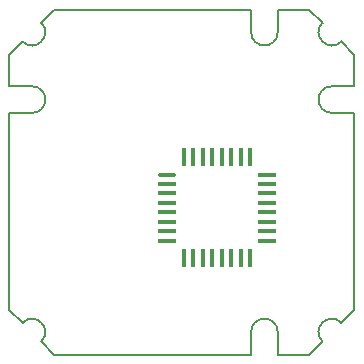
<source format=gtp>
%FSLAX25Y25*%
%MOIN*%
G70*
G01*
G75*
G04 Layer_Color=8421504*
%ADD10O,0.05906X0.01575*%
%ADD11R,0.05906X0.01575*%
%ADD12R,0.01575X0.05906*%
%ADD13C,0.01000*%
%ADD14C,0.01500*%
%ADD15C,0.00500*%
%ADD16R,0.05000X0.05000*%
%ADD17R,0.10000X0.15000*%
%ADD18R,0.05000X0.15000*%
%ADD19R,0.15000X0.05000*%
%ADD20R,0.15000X0.10000*%
%ADD21R,0.05000X0.05000*%
%ADD22C,0.05000*%
%ADD23C,0.03000*%
%ADD24R,0.02362X0.03150*%
%ADD25R,0.09843X0.04724*%
G04:AMPARAMS|DCode=26|XSize=23.62mil|YSize=31.5mil|CornerRadius=0mil|HoleSize=0mil|Usage=FLASHONLY|Rotation=45.000|XOffset=0mil|YOffset=0mil|HoleType=Round|Shape=Rectangle|*
%AMROTATEDRECTD26*
4,1,4,0.00278,-0.01949,-0.01949,0.00278,-0.00278,0.01949,0.01949,-0.00278,0.00278,-0.01949,0.0*
%
%ADD26ROTATEDRECTD26*%

%ADD27R,0.03150X0.02362*%
%ADD28C,0.00650*%
%ADD29C,0.00394*%
D10*
X415000Y360000D02*
D03*
D11*
Y356850D02*
D03*
Y353701D02*
D03*
Y350551D02*
D03*
Y347402D02*
D03*
Y344252D02*
D03*
Y341102D02*
D03*
Y337953D02*
D03*
X448465D02*
D03*
Y341102D02*
D03*
Y344252D02*
D03*
Y347402D02*
D03*
Y350551D02*
D03*
Y353701D02*
D03*
Y356850D02*
D03*
Y360000D02*
D03*
D12*
X420709Y332244D02*
D03*
X423858D02*
D03*
X427008D02*
D03*
X430157D02*
D03*
X433307D02*
D03*
X436457D02*
D03*
X439606D02*
D03*
X442756D02*
D03*
Y365709D02*
D03*
X439606D02*
D03*
X436457D02*
D03*
X433307D02*
D03*
X430157D02*
D03*
X427008D02*
D03*
X423858D02*
D03*
X420709D02*
D03*
D15*
X370000Y380571D02*
G03*
X370000Y389429I0J4429D01*
G01*
X466868Y410632D02*
G03*
X473132Y404368I3132J-3132D01*
G01*
X443071Y407500D02*
G03*
X451929Y407500I4429J0D01*
G01*
X366868Y404368D02*
G03*
X373132Y410632I3132J3132D01*
G01*
X470000Y389429D02*
G03*
X470000Y380571I0J-4429D01*
G01*
X473132Y310632D02*
G03*
X466868Y304368I-3132J-3132D01*
G01*
X373132D02*
G03*
X366868Y310632I-3132J3132D01*
G01*
X451929Y307500D02*
G03*
X443071Y307500I-4429J0D01*
G01*
X362500Y389500D02*
Y400000D01*
Y389500D02*
X370000Y389429D01*
X362500Y380500D02*
X370000Y380571D01*
X362500Y315000D02*
Y380500D01*
X473132Y404368D02*
X477500Y400000D01*
X462500Y415000D02*
X466868Y410632D01*
X377500Y415000D02*
X443000D01*
X443071Y407500D01*
X451929D02*
X452000Y415000D01*
X462500D01*
X362500Y400000D02*
X366868Y404368D01*
X373132Y410632D02*
X377500Y415000D01*
X477500Y315000D02*
Y380500D01*
X470000Y380571D02*
X477500Y380500D01*
X470000Y389429D02*
X477500Y389500D01*
Y400000D01*
X462500Y300000D02*
X466868Y304368D01*
X473132Y310632D02*
X477500Y315000D01*
X373132Y304368D02*
X377500Y300000D01*
X362500Y315000D02*
X366868Y310632D01*
X452000Y300000D02*
X462500D01*
X451929Y307500D02*
X452000Y300000D01*
X443000D02*
X443071Y307500D01*
X377500Y300000D02*
X443000D01*
M02*

</source>
